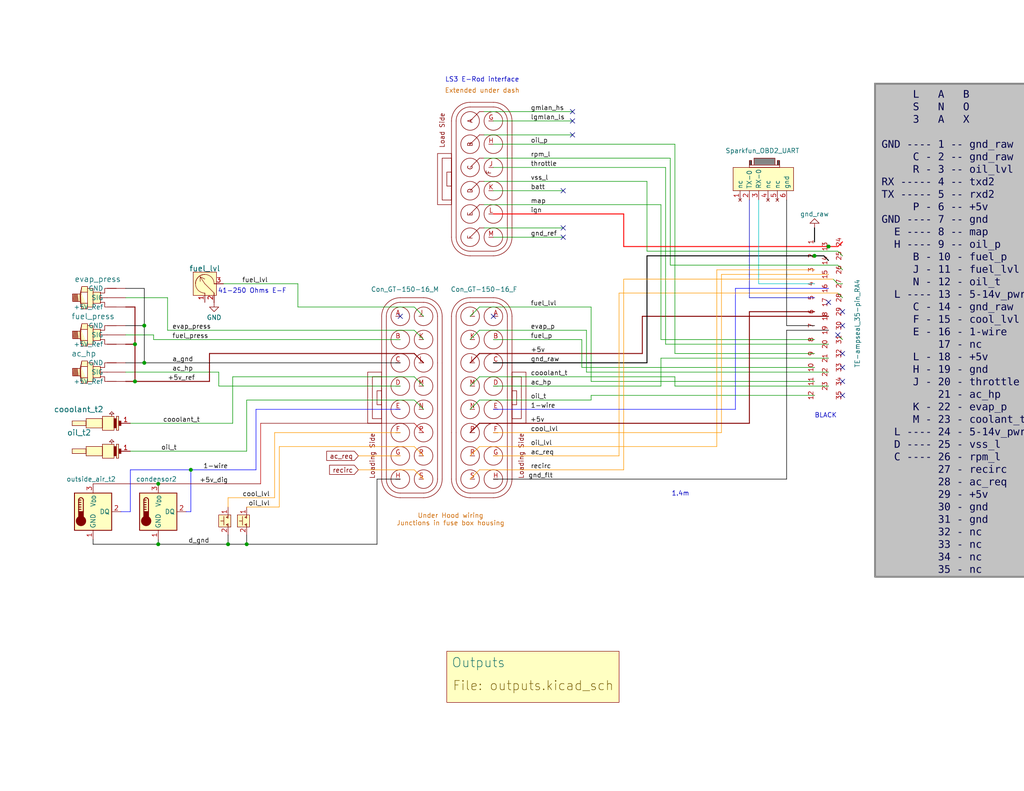
<source format=kicad_sch>
(kicad_sch (version 20231120) (generator "eeschema") (generator_version "8.0")
  (paper "USLetter")
  (title_block (title "Harness_DIY_Engine_monitoring") (date "2024-12-19") (rev "0.6") (comment 1 "Wiring harness & power driver schematic") (comment 2 "Pairs with PCB_DIY_Engine_Monitoring"))
  (lib_symbols
    (symbol "-2023:Con_GT-150-12_M" (pin_names (offset 1.016))
      (property "Value" "Con_GT-150-12_M" (at -1.27 13.97 0))
      (symbol "Con_GT-150-12_M_0_0"
        (arc (start -21.59 -2.54) (mid -20.1006 -6.1231) (end -16.51 -7.62))
        (arc (start -20.32 -2.54) (mid -19.2041 -5.2341) (end -16.51 -6.35))
        (arc (start -16.51 7.62) (mid -19.2041 6.5041) (end -20.32 3.81))
        (arc (start -16.51 8.89) (mid -20.0931 7.4006) (end -21.59 3.81))
        (rectangle (start -7.62 8.89) (end 6.35 12.7))
        (rectangle (start -6.35 8.89) (end 5.08 11.43))
        (rectangle (start -2.54 8.89) (end 1.27 10.16))
        (polyline (pts (xy -21.59 3.81) (xy -21.59 -2.54)))
        (polyline (pts (xy -20.32 -2.54) (xy -20.32 3.81)))
        (polyline (pts (xy -16.51 -7.62) (xy 15.24 -7.62)))
        (polyline (pts (xy -16.51 7.62) (xy 15.24 7.62)) (fill (type background)))
        (polyline (pts (xy 15.24 -6.35) (xy -16.51 -6.35)))
        (polyline (pts (xy 15.24 8.89) (xy -16.51 8.89)) (fill (type background)))
        (polyline (pts (xy 19.05 3.81) (xy 19.05 -2.54)))
        (polyline (pts (xy 20.32 3.81) (xy 20.32 -2.54)))
        (arc (start 15.24 -7.62) (mid 18.8231 -6.1306) (end 20.32 -2.54))
        (arc (start 15.24 -6.35) (mid 17.9341 -5.2341) (end 19.05 -2.54))
        (arc (start 19.05 3.81) (mid 17.9341 6.5041) (end 15.24 7.62))
        (arc (start 20.32 3.81) (mid 18.8306 7.3931) (end 15.24 8.89))
        (text "F" (at 1.27 -1.27 0) (effects (font (size 1.27 1.27))))
        (text "Load Side" (at 12.7 11.43 0) (effects (font (size 1.27 1.27))))
      )
      (symbol "Con_GT-150-12_M_0_1"
        (circle (center -16.51 -2.54) (radius 2.54))
        (circle (center -10.16 -2.54) (radius 2.54))
        (circle (center -3.81 -2.54) (radius 2.54))
        (circle (center 2.54 -2.54) (radius 2.54))
        (circle (center 8.89 -2.54) (radius 2.54))
        (circle (center 15.24 -2.54) (radius 2.54))
      )
      (symbol "Con_GT-150-12_M_1_1"
        (circle (center -16.51 3.81) (radius 2.54))
        (circle (center -10.16 3.81) (radius 2.54))
        (circle (center -3.81 3.81) (radius 2.54))
        (polyline (pts (xy -13.97 1.27) (xy -16.51 3.81)))
        (polyline (pts (xy -7.62 1.27) (xy -10.16 3.81)))
        (polyline (pts (xy -1.27 1.27) (xy -3.81 3.81)))
        (polyline (pts (xy 5.08 1.27) (xy 2.54 3.81)))
        (polyline (pts (xy 11.43 1.27) (xy 8.89 3.81)))
        (polyline (pts (xy 15.24 3.81) (xy 17.78 1.27)))
        (circle (center 2.54 3.81) (radius 2.54))
        (circle (center 8.89 3.81) (radius 2.54))
        (circle (center 15.24 3.81) (radius 2.54))
        (text "A" (at 15.24 3.81 0) (effects (font (size 1.27 1.27))))
        (text "B" (at 8.89 3.81 0) (effects (font (size 1.27 1.27))))
        (text "C" (at 2.54 3.81 0) (effects (font (size 1.27 1.27))))
        (text "D" (at -3.81 3.81 0) (effects (font (size 1.27 1.27))))
        (text "E" (at -10.16 3.81 0) (effects (font (size 1.27 1.27))))
        (text "F" (at -16.51 3.81 0) (effects (font (size 1.27 1.27))))
        (pin passive line (at 15.24 -2.54 90) (length 1.27) (name "~") (number "G"))
        (pin passive line (at 8.89 -2.54 90) (length 1.27) (name "~") (number "H"))
        (pin passive line (at 2.54 -2.54 90) (length 1.27) (name "~") (number "J"))
        (pin passive line (at -3.81 -2.54 90) (length 1.27) (name "~") (number "K"))
        (pin passive line (at -10.16 -2.54 90) (length 1.27) (name "~") (number "L"))
        (pin passive line (at -16.51 -2.54 90) (length 1.27) (name "~") (number "M"))
        (pin passive line (at -13.97 0 90) (length 1.27) (name "~") (number "~"))
        (pin passive line (at -7.62 0 90) (length 1.27) (name "~") (number "~"))
        (pin passive line (at -1.27 0 90) (length 1.27) (name "~") (number "~"))
        (pin passive line (at 5.08 0 90) (length 1.27) (name "~") (number "~"))
        (pin passive line (at 11.43 0 90) (length 1.27) (name "~") (number "~"))
        (pin passive line (at 17.78 0 90) (length 1.27) (name "~") (number "~"))
      )
    )
    (symbol "-KiCAD-parts:CANBED_DUAL"
      (symbol "CANBED_DUAL_1_1"
        (rectangle (start -2.54 -2.54) (end 15.24 -35.56) (fill (type background)))
        (text "http://docs.longan-labs.cc/1030019/" (at 2.54 -21.59 900) (effects (font (size 0.889 0.889))))
        (pin power_in line (at 0 0 270) (length 2.54) (name "VIN") (number "1"))
        (pin input line (at -5.08 -20.32 0) (length 2.54) (name "A3") (number "10"))
        (pin bidirectional line (at -5.08 -22.86 0) (length 2.54) (name "D25") (number "11"))
        (pin input line (at -5.08 -25.4 0) (length 2.54) (name "A0") (number "12"))
        (pin input line (at -5.08 -27.94 0) (length 2.54) (name "A1") (number "13"))
        (pin input line (at -5.08 -30.48 0) (length 2.54) (name "A2") (number "14"))
        (pin power_in line (at -5.08 -33.02 0) (length 2.54) (name "5V") (number "15"))
        (pin input line (at 17.78 -12.7 180) (length 2.54) (name "RX") (number "16"))
        (pin output line (at 17.78 -15.24 180) (length 2.54) (name "TX") (number "17"))
        (pin bidirectional line (at 17.78 -17.78 180) (length 2.54) (name "SDA") (number "18"))
        (pin bidirectional line (at 17.78 -20.32 180) (length 2.54) (name "SCL") (number "19"))
        (pin power_in line (at 2.54 0 270) (length 2.54) (name "GND") (number "2"))
        (pin bidirectional line (at 17.78 -22.86 180) (length 2.54) (name "D21") (number "20"))
        (pin bidirectional line (at 17.78 -25.4 180) (length 2.54) (name "D22") (number "21"))
        (pin bidirectional line (at 17.78 -27.94 180) (length 2.54) (name "D23") (number "22"))
        (pin power_out line (at 17.78 -30.48 180) (length 2.54) (name "3.3V") (number "24"))
        (pin power_out line (at 17.78 -33.02 180) (length 2.54) (name "GND") (number "25"))
        (pin bidirectional line (at 5.08 0 270) (length 2.54) (name "CAN0H") (number "3"))
        (pin bidirectional line (at 7.62 0 270) (length 2.54) (name "CAN0L") (number "4"))
        (pin bidirectional line (at 10.16 0 270) (length 2.54) (name "CAN1H") (number "5"))
        (pin bidirectional line (at 12.7 0 270) (length 2.54) (name "CAN1L") (number "6"))
        (pin bidirectional line (at -5.08 -12.7 0) (length 2.54) (name "D10") (number "7"))
        (pin bidirectional line (at -5.08 -15.24 0) (length 2.54) (name "D19") (number "8"))
        (pin bidirectional line (at -5.08 -17.78 0) (length 2.54) (name "D20") (number "9"))
      )
    )
    (symbol "-KiCAD-parts:Con_GT-150-16_F" (pin_names (offset 1.016))
      (property "Value" "Con_GT-150-16_F" (at -16.51 10.16 0))
      (symbol "Con_GT-150-16_F_0_0"
        (polyline (pts (xy 10.16 -7.62) (xy 22.86 -7.62)))
        (polyline (pts (xy 10.16 6.35) (xy 22.86 6.35)))
        (polyline (pts (xy 22.86 -8.89) (xy 10.16 -8.89)))
        (polyline (pts (xy 22.86 7.62) (xy 10.16 7.62)))
        (text "Loading Side" (at 16.51 10.16 0) (effects (font (size 1.27 1.27))))
      )
      (symbol "Con_GT-150-16_F_1_1"
        (arc (start -26.67 -3.81) (mid -25.1806 -7.3931) (end -21.59 -8.89))
        (arc (start -25.4 -3.81) (mid -24.2841 -6.5041) (end -21.59 -7.62))
        (circle (center -21.59 -3.81) (radius 2.54))
        (circle (center -21.59 2.54) (radius 2.54))
        (arc (start -21.59 6.35) (mid -24.2841 5.2341) (end -25.4 2.54))
        (arc (start -21.59 7.62) (mid -25.1731 6.1306) (end -26.67 2.54))
        (circle (center -15.24 -3.81) (radius 2.54))
        (circle (center -15.24 2.54) (radius 2.54))
        (circle (center -8.89 -3.81) (radius 2.54))
        (circle (center -8.89 2.54) (radius 2.54))
        (rectangle (start -6.35 7.62) (end 7.62 11.43))
        (rectangle (start -5.08 7.62) (end 6.35 10.16))
        (circle (center -2.54 -3.81) (radius 2.54))
        (circle (center -2.54 2.54) (radius 2.54))
        (rectangle (start -1.27 7.62) (end 2.54 8.89))
        (polyline (pts (xy -26.67 2.54) (xy -26.67 -3.81)))
        (polyline (pts (xy -25.4 -3.81) (xy -25.4 2.54)))
        (polyline (pts (xy -21.59 -8.89) (xy 10.16 -8.89)))
        (polyline (pts (xy -21.59 6.35) (xy 10.16 6.35)) (fill (type background)))
        (polyline (pts (xy 10.16 -7.62) (xy -21.59 -7.62)))
        (polyline (pts (xy 10.16 7.62) (xy -21.59 7.62)))
        (polyline (pts (xy 26.67 2.54) (xy 26.67 -3.81)))
        (polyline (pts (xy 27.94 2.54) (xy 27.94 -3.81)))
        (circle (center 3.81 -3.81) (radius 2.54))
        (circle (center 3.81 2.54) (radius 2.54))
        (circle (center 10.16 -3.81) (radius 2.54))
        (circle (center 10.16 2.54) (radius 2.54))
        (circle (center 16.51 -3.81) (radius 2.54))
        (circle (center 16.51 2.54) (radius 2.54))
        (arc (start 22.86 -8.89) (mid 26.4431 -7.4006) (end 27.94 -3.81))
        (arc (start 22.86 -7.62) (mid 25.5541 -6.5041) (end 26.67 -3.81))
        (circle (center 22.86 -3.81) (radius 2.54))
        (circle (center 22.86 2.54) (radius 2.54))
        (arc (start 26.67 2.54) (mid 25.5541 5.2341) (end 22.86 6.35))
        (arc (start 27.94 2.54) (mid 26.4506 6.1231) (end 22.86 7.62))
        (pin passive line (at -21.59 2.54 90) (length 1.27) (name "~") (number "A"))
        (pin passive line (at -15.24 2.54 90) (length 1.27) (name "~") (number "B"))
        (pin passive line (at -8.89 2.54 90) (length 1.27) (name "~") (number "C"))
        (pin passive line (at -2.54 2.54 90) (length 1.27) (name "~") (number "D"))
        (pin passive line (at 3.81 2.54 90) (length 1.27) (name "~") (number "E"))
        (pin passive line (at 10.16 2.54 90) (length 1.27) (name "~") (number "F"))
        (pin passive line (at 16.51 2.54 90) (length 1.27) (name "~") (number "G"))
        (pin passive line (at 22.86 2.54 90) (length 1.27) (name "~") (number "H"))
        (pin passive line (at -21.59 -3.81 90) (length 1.27) (name "~") (number "J"))
        (pin passive line (at -15.24 -3.81 90) (length 1.27) (name "~") (number "K"))
        (pin passive line (at -8.89 -3.81 90) (length 1.27) (name "~") (number "L"))
        (pin passive line (at -2.54 -3.81 90) (length 1.27) (name "~") (number "M"))
        (pin passive line (at 3.81 -3.81 90) (length 1.27) (name "~") (number "N"))
        (pin passive line (at 10.16 -3.81 90) (length 1.27) (name "~") (number "P"))
        (pin passive line (at 16.51 -3.81 90) (length 1.27) (name "~") (number "R"))
        (pin passive line (at 22.86 -3.81 90) (length 1.27) (name "~") (number "S"))
      )
    )
    (symbol "-KiCAD-parts:SW_SPDT" (power) (pin_names (offset 1.016))
      (symbol "SW_SPDT_0_0"
        (rectangle (start -1.905 1.905) (end 3.175 -1.905) (fill (type background)))
      )
      (symbol "SW_SPDT_0_1"
        (polyline (pts (xy -1.27 0) (xy 2.286 0.508)))
        (polyline (pts (xy 2.286 -1.27) (xy 2.032 -0.762) (xy 1.778 -1.27) (xy 2.54 -1.27)))
        (polyline (pts (xy 2.286 1.27) (xy 2.032 0.762) (xy 1.778 1.27) (xy 2.54 1.27)))
      )
      (symbol "SW_SPDT_1_1"
        (pin passive line (at -3.81 0 0) (length 2.54) (name "~") (number "1"))
        (pin passive line (at 5.08 1.27 180) (length 2.54) (name "~") (number "2"))
        (pin passive line (at 5.08 -1.27 180) (length 2.54) (name "~") (number "3"))
      )
    )
    (symbol "-KiCAD-parts:Temp_transducer" (pin_names (offset 1.016))
      (property "Value" "Temp_transducer" (at -0.635 4.445 0))
      (symbol "Temp_transducer_0_1"
        (rectangle (start -4.445 0.635) (end -5.08 -0.635) (fill (type outline)))
        (rectangle (start -4.445 1.905) (end -3.81 -1.905) (fill (type background)))
        (rectangle (start -3.175 1.27) (end -3.81 -1.27) (fill (type outline)))
        (rectangle (start -3.175 1.905) (end 0 -1.905) (fill (type background)))
        (polyline (pts (xy -2.54 -1.905) (xy -2.54 -2.54) (xy -3.175 -2.54) (xy -2.54 -3.175) (xy -1.905 -2.54) (xy -2.54 -2.54)))
        (rectangle (start 0 1.27) (end 4.445 -1.27) (fill (type background)))
        (rectangle (start 4.445 0.635) (end 8.255 -0.635) (fill (type background)))
      )
      (symbol "Temp_transducer_1_1"
        (pin output line (at -7.62 0 0) (length 2.54) (name "~") (number "1"))
      )
    )
    (symbol "-KiCAD-parts:Variable_Resistor" (pin_names (offset 1.016))
      (property "Value" "Variable_Resistor" (at 0 5.08 0))
      (symbol "Variable_Resistor_0_1"
        (rectangle (start -1.905 3.175) (end 4.445 -3.175) (fill (type background)))
        (polyline (pts (xy 1.27 0) (xy -1.27 -2.54)) (stroke (width 0.127)))
        (polyline (pts (xy 3.175 1.27) (xy 2.54 0)) (stroke (width 0.127)))
        (polyline (pts (xy 1.27 0) (xy 3.175 1.27) (xy 1.905 1.27)) (stroke (width 0.127)))
        (arc (start 1.27 -2.54) (mid 3.799 0) (end 1.27 2.54) (stroke (width 0.127)))
        (arc (start 3.81 0) (mid 1.27 2.529) (end -1.27 0) (stroke (width 0.127)))
      )
      (symbol "Variable_Resistor_1_1"
        (pin passive line (at -3.81 0 0) (length 2.54) (name "~") (number "1"))
        (pin passive line (at -3.81 -2.54 0) (length 2.54) (name "~") (number "2"))
        (pin passive line (at 1.27 -5.08 90) (length 2.54) (name "~") (number "3"))
      )
    )
    (symbol "Connector_Generic:Conn_01x06" (pin_names (offset 1.016) hide)
      (property "Reference" "J" (at 0 7.62 0))
      (property "Value" "Conn_01x06" (at 0 -10.16 0))
      (symbol "Conn_01x06_1_1"
        (rectangle (start -1.27 -7.493) (end 0 -7.747) (stroke (width 0.1524)))
        (rectangle (start -1.27 -4.953) (end 0 -5.207) (stroke (width 0.1524)))
        (rectangle (start -1.27 -2.413) (end 0 -2.667) (stroke (width 0.1524)))
        (rectangle (start -1.27 0.127) (end 0 -0.127) (stroke (width 0.1524)))
        (rectangle (start -1.27 2.667) (end 0 2.413) (stroke (width 0.1524)))
        (rectangle (start -1.27 5.207) (end 0 4.953) (stroke (width 0.1524)))
        (rectangle (start -1.27 6.35) (end 1.27 -8.89) (stroke (width 0.254)) (fill (type background)))
        (pin passive line (at -5.08 5.08 0) (length 3.81) (name "Pin_1") (number "1"))
        (pin passive line (at -5.08 2.54 0) (length 3.81) (name "Pin_2") (number "2"))
        (pin passive line (at -5.08 0 0) (length 3.81) (name "Pin_3") (number "3"))
        (pin passive line (at -5.08 -2.54 0) (length 3.81) (name "Pin_4") (number "4"))
        (pin passive line (at -5.08 -5.08 0) (length 3.81) (name "Pin_5") (number "5"))
        (pin passive line (at -5.08 -7.62 0) (length 3.81) (name "Pin_6") (number "6"))
      )
    )
    (symbol "KiCAD-parts:Pressure_transducer" (pin_names (offset 1.016))
      (property "Value" "Pressure_transducer" (at 0 5.08 0))
      (symbol "Pressure_transducer_0_0"
        (polyline (pts (xy -0.635 -1.27) (xy -2.54 -1.27)))
        (polyline (pts (xy -5.08 -3.81) (xy -1.905 -3.81) (xy -1.905 -2.54) (xy -0.635 -2.54)))
        (polyline (pts (xy -5.08 1.27) (xy -1.905 1.27) (xy -1.905 0) (xy -0.635 0)))
      )
      (symbol "Pressure_transducer_0_1"
        (polyline (pts (xy 1.27 0.254) (xy 1.27 -2.794)))
        (polyline (pts (xy 2.794 0.254) (xy 4.572 0.254)))
        (polyline (pts (xy 4.826 -2.286) (xy 4.826 -0.254)))
        (polyline (pts (xy 5.588 -2.286) (xy 5.334 -0.254)))
        (polyline (pts (xy 5.842 -2.286) (xy 5.588 -0.254)))
        (polyline (pts (xy 6.096 -2.286) (xy 5.842 -0.254)))
        (polyline (pts (xy 6.35 -2.286) (xy 6.096 -0.254)))
        (polyline (pts (xy 6.604 -2.286) (xy 6.35 -0.254)))
        (polyline (pts (xy 6.858 -2.286) (xy 6.604 -0.254)))
        (polyline (pts (xy 2.794 1.27) (xy 2.794 -3.81) (xy 1.27 -3.81) (xy 1.27 -2.794) (xy -0.762 -2.794) (xy -0.762 0.254) (xy 1.27 0.254) (xy 1.27 1.27) (xy 2.794 1.27) (xy 2.794 1.778) (xy 4.318 1.778) (xy 4.826 -0.254) (xy 6.858 -0.254) (xy 6.858 -2.286) (xy 4.826 -2.286) (xy 4.318 -4.318) (xy 2.794 -4.318) (xy 2.794 -2.794) (xy 4.572 -2.794)) (fill (type background)))
        (arc (start 4.318 -4.318) (mid 4.6409 -1.27) (end 4.318 1.778))
        (pin input line (at -7.62 1.27 0) (length 5.08) (name "+5V_Ref") (number "~"))
      )
      (symbol "Pressure_transducer_1_1"
        (pin input line (at -7.62 -3.81 0) (length 5.08) (name "GND") (number "~"))
        (pin output line (at -7.62 -1.27 0) (length 5.08) (name "SIG") (number "~"))
      )
    )
    (symbol "KiCAD-parts:SW_NO" (pin_names (offset 1.016))
      (symbol "SW_NO_0_0"
        (polyline (pts (xy 0.762 -1.27) (xy 1.27 -1.27) (xy 1.016 -0.762) (xy 0.762 -1.27)))
      )
      (symbol "SW_NO_0_1"
        (polyline (pts (xy -1.27 -0.127) (xy 1.143 -0.127)))
        (polyline (pts (xy 0 0) (xy 0 0.762)))
        (polyline (pts (xy -1.27 -1.27) (xy -1.016 -0.762) (xy -0.762 -1.27) (xy -1.27 -1.27)))
        (rectangle (start 1.651 -2.032) (end -1.651 1.27) (fill (type background)))
      )
      (symbol "SW_NO_1_1"
        (pin bidirectional line (at -3.81 -1.27 0) (length 2.54) (name "~") (number "1"))
        (pin bidirectional line (at 3.81 -1.27 180) (length 2.54) (name "~") (number "2"))
      )
    )
    (symbol "KiCAD-parts:Splice_pack" (pin_numbers hide) (pin_names hide) (on_board no)
      (property "Reference" "SP205" (at -0.3175 10.637 90))
      (symbol "Splice_pack_0_1"
        (rectangle (start -2.54 10.795) (end 2.54 3.81) (stroke (width 0.1524)))
        (polyline (pts (xy -0.635 4.445) (xy 0.635 4.445)) (stroke (width 0.1524)))
        (polyline (pts (xy -0.635 10.16) (xy 0.635 10.16)) (stroke (width 0.1524)))
        (polyline (pts (xy 0 4.445) (xy 0.635 5.08)) (stroke (width 0.1524)))
        (polyline (pts (xy 0 10.16) (xy 0.635 9.525)) (stroke (width 0.1524)))
        (polyline (pts (xy -0.635 3.175) (xy 0 2.54) (xy 0.635 3.175)) (stroke (width 0.1524)))
        (polyline (pts (xy -0.635 11.43) (xy 0 12.065) (xy 0.635 11.43)) (stroke (width 0.1524)))
        (polyline (pts (xy 0 6.985) (xy 0 4.445) (xy -0.635 5.08)) (stroke (width 0.1524)))
        (polyline (pts (xy 0 6.985) (xy 0 10.16) (xy -0.635 9.525)) (stroke (width 0.1524)))
        (circle (center 0 6.985) (radius 0.635) (stroke (width 0.1524)) (fill (type outline)))
      )
      (symbol "Splice_pack_1_1"
        (pin input line (at 0 0 90) (length 2.54) (name "") (number ""))
        (pin input line (at 0 14.605 270) (length 2.54) (name "") (number ""))
      )
    )
    (symbol "Sensor_Temperature:DS18S20"
      (property "Reference" "U" (at -3.81 6.35 0))
      (property "Value" "DS18S20" (at 6.35 6.35 0))
      (symbol "DS18S20_0_1"
        (rectangle (start -5.08 5.08) (end 5.08 -5.08) (stroke (width 0.254)) (fill (type background)))
        (circle (center -3.302 -2.54) (radius 1.27) (stroke (width 0.254)) (fill (type outline)))
        (rectangle (start -2.667 -1.905) (end -3.937 0) (stroke (width 0.254)) (fill (type outline)))
        (arc (start -2.667 3.175) (mid -3.302 3.8073) (end -3.937 3.175) (stroke (width 0.254)))
        (polyline (pts (xy -3.937 0.635) (xy -3.302 0.635)) (stroke (width 0.254)))
        (polyline (pts (xy -3.937 1.27) (xy -3.302 1.27)) (stroke (width 0.254)))
        (polyline (pts (xy -3.937 1.905) (xy -3.302 1.905)) (stroke (width 0.254)))
        (polyline (pts (xy -3.937 2.54) (xy -3.302 2.54)) (stroke (width 0.254)))
        (polyline (pts (xy -3.937 3.175) (xy -3.937 0)) (stroke (width 0.254)))
        (polyline (pts (xy -3.937 3.175) (xy -3.302 3.175)) (stroke (width 0.254)))
        (polyline (pts (xy -2.667 3.175) (xy -2.667 0)) (stroke (width 0.254)))
      )
      (symbol "DS18S20_1_1"
        (pin power_in line (at 0 -7.62 90) (length 2.54) (name "GND") (number "1"))
        (pin bidirectional line (at 7.62 0 180) (length 2.54) (name "DQ") (number "2"))
        (pin power_in line (at 0 7.62 270) (length 2.54) (name "V_{DD}") (number "3"))
      )
    )
    (symbol "power:GND" (power) (pin_numbers hide) (pin_names (offset 0) hide)
      (property "Value" "GND" (at 0 -3.81 0))
      (symbol "GND_0_1"
        (polyline (pts (xy 0 0) (xy 0 -1.27) (xy 1.27 -1.27) (xy 0 -2.54) (xy -1.27 -1.27) (xy 0 -1.27)))
      )
      (symbol "GND_1_1"
        (pin power_in line (at 0 0 270) (length 0) (name "~") (number "1"))
      )
    )
    (symbol "~2023:Con_GT-150-16_M" (pin_names (offset 1.016))
      (property "Value" "Con_GT-150-16_M" (at 17.78 10.16 0))
      (symbol "Con_GT-150-16_M_0_0"
        (polyline (pts (xy 10.16 -7.62) (xy 22.86 -7.62)))
        (polyline (pts (xy 10.16 6.35) (xy 22.86 6.35)))
        (polyline (pts (xy 22.86 -8.89) (xy 10.16 -8.89)))
        (polyline (pts (xy 22.86 7.62) (xy 10.16 7.62)))
        (text "Loading Side" (at -15.24 10.16 0) (effects (font (size 1.27 1.27))))
      )
      (symbol "Con_GT-150-16_M_1_1"
        (arc (start -26.67 -3.81) (mid -25.1806 -7.3931) (end -21.59 -8.89))
        (arc (start -25.4 -3.81) (mid -24.2841 -6.5041) (end -21.59 -7.62))
        (circle (center -21.59 -3.81) (radius 2.54))
        (circle (center -21.59 2.54) (radius 2.54))
        (arc (start -21.59 6.35) (mid -24.2841 5.2341) (end -25.4 2.54))
        (arc (start -21.59 7.62) (mid -25.1731 6.1306) (end -26.67 2.54))
        (circle (center -15.24 -3.81) (radius 2.54))
        (circle (center -15.24 2.54) (radius 2.54))
        (circle (center -8.89 -3.81) (radius 2.54))
        (circle (center -8.89 2.54) (radius 2.54))
        (rectangle (start -6.35 7.62) (end 7.62 11.43))
        (rectangle (start -5.08 7.62) (end 6.35 10.16))
        (circle (center -2.54 -3.81) (radius 2.54))
        (circle (center -2.54 2.54) (radius 2.54))
        (rectangle (start -1.27 7.62) (end 2.54 8.89))
        (polyline (pts (xy -26.67 2.54) (xy -26.67 -3.81)))
        (polyline (pts (xy -25.4 -3.81) (xy -25.4 2.54)))
        (polyline (pts (xy -21.59 -8.89) (xy 10.16 -8.89)))
        (polyline (pts (xy -21.59 6.35) (xy 10.16 6.35)) (fill (type background)))
        (polyline (pts (xy 10.16 -7.62) (xy -21.59 -7.62)))
        (polyline (pts (xy 10.16 7.62) (xy -21.59 7.62)))
        (polyline (pts (xy 26.67 2.54) (xy 26.67 -3.81)))
        (polyline (pts (xy 27.94 2.54) (xy 27.94 -3.81)))
        (circle (center 3.81 -3.81) (radius 2.54))
        (circle (center 3.81 2.54) (radius 2.54))
        (circle (center 10.16 -3.81) (radius 2.54))
        (circle (center 10.16 2.54) (radius 2.54))
        (circle (center 16.51 -3.81) (radius 2.54))
        (circle (center 16.51 2.54) (radius 2.54))
        (arc (start 22.86 -8.89) (mid 26.4431 -7.4006) (end 27.94 -3.81))
        (arc (start 22.86 -7.62) (mid 25.5541 -6.5041) (end 26.67 -3.81))
        (circle (center 22.86 -3.81) (radius 2.54))
        (circle (center 22.86 2.54) (radius 2.54))
        (arc (start 26.67 2.54) (mid 25.5541 5.2341) (end 22.86 6.35))
        (arc (start 27.94 2.54) (mid 26.4506 6.1231) (end 22.86 7.62))
        (pin passive line (at 22.86 2.54 90) (length 1.27) (name "~") (number "A"))
        (pin passive line (at 16.51 2.54 90) (length 1.27) (name "~") (number "B"))
        (pin passive line (at 10.16 2.54 90) (length 1.27) (name "~") (number "C"))
        (pin passive line (at 3.81 2.54 90) (length 1.27) (name "~") (number "D"))
        (pin passive line (at -2.54 2.54 90) (length 1.27) (name "~") (number "E"))
        (pin passive line (at -8.89 2.54 90) (length 1.27) (name "~") (number "F"))
        (pin passive line (at -15.24 2.54 90) (length 1.27) (name "~") (number "G"))
        (pin passive line (at -21.59 2.54 90) (length 1.27) (name "~") (number "H"))
        (pin passive line (at 22.86 -3.81 90) (length 1.27) (name "~") (number "J"))
        (pin passive line (at 16.51 -3.81 90) (length 1.27) (name "~") (number "K"))
        (pin passive line (at 10.16 -3.81 90) (length 1.27) (name "~") (number "L"))
        (pin passive line (at 3.81 -3.81 90) (length 1.27) (name "~") (number "M"))
        (pin passive line (at -2.54 -3.81 90) (length 1.27) (name "~") (number "N"))
        (pin passive line (at -8.89 -3.81 90) (length 1.27) (name "~") (number "P"))
        (pin passive line (at -15.24 -3.81 90) (length 1.27) (name "~") (number "R"))
        (pin passive line (at -21.59 -3.81 90) (length 1.27) (name "~") (number "S"))
      )
    )
    (symbol "~2023:Sparkfun_OBD2_UART"
      (property "Value" "Sparkfun_OBD2_UART" (at 9.144 4.064 0))
      (symbol "Sparkfun_OBD2_UART_1_1"
        (rectangle (start 2.54 1.905) (end 8.89 -14.605) (fill (type background)))
        (rectangle (start 8.89 -2.54) (end 9.525 -10.795))
        (rectangle (start 9.525 -10.16) (end 10.795 -10.795) (fill (type color) (color 72 72 72 1)))
        (rectangle (start 9.525 -3.81) (end 11.43 -9.525) (fill (type color) (color 132 132 132 1)))
        (rectangle (start 9.525 -2.54) (end 10.795 -3.175) (fill (type color) (color 72 72 72 1)))
        (pin no_connect line (at 0 0 0) (length 2.54) (name "nc") (number "1"))
        (pin output line (at 0 -2.54 0) (length 2.54) (name "TX-0") (number "2"))
        (pin input line (at 0 -5.08 0) (length 2.54) (name "RX-0") (number "3"))
        (pin no_connect line (at 0 -7.62 0) (length 2.54) (name "nc") (number "4"))
        (pin no_connect line (at 0 -10.16 0) (length 2.54) (name "nc") (number "5"))
        (pin power_in line (at 0 -12.7 0) (length 2.54) (name "gnd") (number "6"))
      )
    )
    (symbol "~2023:TE-ampseal_35-pin_RA"
      (property "Reference" "TE-ampseal_35-pin_RA" (at -0.254 5.588 0))
      (symbol "TE-ampseal_35-pin_RA_1_1"
        (pin passive line (at 0 0 0) (length 0) (name "") (number "1"))
        (pin passive line (at 34.29 0 0) (length 0) (name "") (number "10"))
        (pin passive line (at 38.1 0 0) (length 0) (name "") (number "11"))
        (pin passive line (at 41.91 0 0) (length 0) (name "") (number "12"))
        (pin passive line (at 1.27 -3.81 0) (length 0) (name "") (number "13"))
        (pin passive line (at 5.08 -3.81 0) (length 0) (name "") (number "14"))
        (pin passive line (at 8.89 -3.81 0) (length 0) (name "") (number "15"))
        (pin passive line (at 12.7 -3.81 0) (length 0) (name "") (number "16"))
        (pin passive line (at 16.51 -3.81 0) (length 0) (name "") (number "17"))
        (pin passive line (at 20.32 -3.81 0) (length 0) (name "") (number "18"))
        (pin passive line (at 24.13 -3.81 0) (length 0) (name "") (number "19"))
        (pin passive line (at 3.81 0 0) (length 0) (name "") (number "2"))
        (pin passive line (at 27.94 -3.81 0) (length 0) (name "") (number "20"))
        (pin passive line (at 31.75 -3.81 0) (length 0) (name "") (number "21"))
        (pin passive line (at 35.56 -3.81 0) (length 0) (name "") (number "22"))
        (pin passive line (at 39.37 -3.81 0) (length 0) (name "") (number "23"))
        (pin passive line (at 0 -7.62 0) (length 0) (name "") (number "24"))
        (pin passive line (at 3.81 -7.62 0) (length 0) (name "") (number "25"))
        (pin passive line (at 7.62 -7.62 0) (length 0) (name "") (number "26"))
        (pin passive line (at 11.43 -7.62 0) (length 0) (name "") (number "27"))
        (pin passive line (at 15.24 -7.62 0) (length 0) (name "") (number "28"))
        (pin passive line (at 19.05 -7.62 0) (length 0) (name "") (number "29"))
        (pin passive line (at 7.62 0 0) (length 0) (name "") (number "3"))
        (pin passive line (at 22.86 -7.62 0) (length 0) (name "") (number "30"))
        (pin passive line (at 26.67 -7.62 0) (length 0) (name "") (number "31"))
        (pin passive line (at 30.48 -7.62 0) (length 0) (name "") (number "32"))
        (pin passive line (at 34.29 -7.62 0) (length 0) (name "") (number "33"))
        (pin passive line (at 38.1 -7.62 0) (length 0) (name "") (number "34"))
        (pin passive line (at 41.91 -7.62 0) (length 0) (name "") (number "35"))
        (pin passive line (at 11.43 0 0) (length 0) (name "") (number "4"))
        (pin passive line (at 15.24 0 0) (length 0) (name "") (number "5"))
        (pin passive line (at 19.05 0 0) (length 0) (name "") (number "6"))
        (pin passive line (at 22.86 0 0) (length 0) (name "") (number "7"))
        (pin passive line (at 26.67 0 0) (length 0) (name "") (number "8"))
        (pin passive line (at 30.48 0 0) (length 0) (name "") (number "9"))
      )
    )
  )
  (junction (at 43.18 148.59))
  (junction (at 222.25 69.85))
  (junction (at 62.23 148.59))
  (junction (at 39.37 99.06))
  (junction (at 335.28 67.31))
  (junction (at 36.83 93.98))
  (junction (at 36.83 104.14))
  (junction (at 226.06 67.31))
  (junction (at 52.07 128.27))
  (junction (at 43.18 132.08))
  (junction (at 39.37 88.9))
  (junction (at 67.31 148.59))
  (no_connect (at 156.21 33.02))
  (no_connect (at 228.6 91.44))
  (no_connect (at 350.52 97.79))
  (no_connect (at 156.21 30.48))
  (no_connect (at 327.66 87.63))
  (no_connect (at 350.52 82.55))
  (no_connect (at 350.52 85.09))
  (no_connect (at 327.66 92.71))
  (no_connect (at 350.52 92.71))
  (no_connect (at 156.21 36.83))
  (no_connect (at 229.87 104.14))
  (no_connect (at 229.87 88.9))
  (no_connect (at 350.52 95.25))
  (no_connect (at 327.66 100.33))
  (no_connect (at 153.67 64.77))
  (no_connect (at 229.87 100.33))
  (no_connect (at 109.22 86.36))
  (no_connect (at 153.67 62.23))
  (no_connect (at 350.52 100.33))
  (no_connect (at 153.67 52.07))
  (no_connect (at 327.66 95.25))
  (no_connect (at 226.06 82.55))
  (no_connect (at 327.66 90.17))
  (no_connect (at 327.66 82.55))
  (no_connect (at 229.87 85.09))
  (no_connect (at 229.87 96.52))
  (no_connect (at 327.66 97.79))
  (no_connect (at 134.62 86.36))
  (no_connect (at 327.66 102.87))
  (no_connect (at 327.66 85.09))
  (no_connect (at 229.87 107.95))
  (wire (pts (xy 36.83 93.98) (xy 36.83 104.14)) (stroke (width 0.254) (color 132 0 0 1)))
  (wire (pts (xy 184.15 102.87) (xy 184.15 105.41)))
  (wire (pts (xy 71.12 115.57) (xy 71.12 132.08)) (stroke (width 0) (color 194 0 0 1)))
  (wire (pts (xy 25.4 132.08) (xy 43.18 132.08)) (stroke (width 0) (color 132 0 0 1)))
  (wire (pts (xy 329.565 43.18) (xy 328.295 43.18)))
  (wire (pts (xy 35.56 115.57) (xy 63.5 115.57)))
  (wire (pts (xy 36.83 83.82) (xy 36.83 93.98)) (stroke (width 0.254) (color 132 0 0 1)))
  (wire (pts (xy 180.34 92.71) (xy 222.25 92.71)))
  (wire (pts (xy 130.81 121.92) (xy 128.27 124.46)) (stroke (width 0) (color 255 153 0 1)))
  (wire (pts (xy 130.81 96.52) (xy 175.26 96.52)) (stroke (width 0.254) (color 132 0 0 1)))
  (wire (pts (xy 115.57 118.11) (xy 113.03 115.57)) (stroke (width 0) (color 194 0 0 1)))
  (wire (pts (xy 34.29 101.6) (xy 59.69 101.6)))
  (wire (pts (xy 329.565 35.56) (xy 328.295 35.56)))
  (wire (pts (xy 170.18 76.2) (xy 227.33 76.2)) (stroke (width 0) (color 255 153 0 1)))
  (wire (pts (xy 76.2 121.92) (xy 76.2 138.43)) (stroke (width 0) (color 255 153 0 1)))
  (wire (pts (xy 160.02 90.17) (xy 160.02 101.6)))
  (wire (pts (xy 39.37 78.74) (xy 39.37 88.9)) (stroke (width 0) (color 0 0 0 1)))
  (wire (pts (xy 36.83 104.14) (xy 57.15 104.14)) (stroke (width 0.254) (color 132 0 0 1)))
  (wire (pts (xy 200.66 78.74) (xy 200.66 111.76)) (stroke (width 0) (color 0 0 255 1)))
  (wire (pts (xy 132.08 36.83) (xy 156.21 36.83)))
  (wire (pts (xy 161.29 107.95) (xy 222.25 107.95)))
  (wire (pts (xy 59.69 101.6) (xy 59.69 105.41)))
  (wire (pts (xy 184.15 39.37) (xy 184.15 96.52)))
  (wire (pts (xy 63.5 102.87) (xy 113.03 102.87)))
  (wire (pts (xy 132.08 30.48) (xy 156.21 30.48)))
  (wire (pts (xy 130.81 115.57) (xy 204.47 115.57)) (stroke (width 0.254) (color 132 0 0 1)))
  (wire (pts (xy 161.29 83.82) (xy 161.29 104.14)))
  (wire (pts (xy 180.34 55.88) (xy 180.34 92.71)))
  (wire (pts (xy 335.28 67.31) (xy 335.28 69.85)))
  (wire (pts (xy 134.62 118.11) (xy 196.85 118.11)) (stroke (width 0) (color 255 153 0 1)))
  (wire (pts (xy 170.18 58.42) (xy 170.18 67.31)) (stroke (width 0.254) (color 255 0 0 1)))
  (wire (pts (xy 170.18 76.2) (xy 170.18 128.27)) (stroke (width 0) (color 255 153 0 1)))
  (wire (pts (xy 34.29 99.06) (xy 39.37 99.06)) (stroke (width 0) (color 0 0 0 1)))
  (wire (pts (xy 25.4 148.59) (xy 43.18 148.59)) (stroke (width 0) (color 0 0 0 1)))
  (wire (pts (xy 132.08 62.23) (xy 153.67 62.23)))
  (wire (pts (xy 337.185 53.34) (xy 342.9 53.34)))
  (wire (pts (xy 57.15 96.52) (xy 57.15 104.14)) (stroke (width 0.254) (color 132 0 0 1)))
  (wire (pts (xy 350.52 87.63) (xy 360.68 87.63)))
  (wire (pts (xy 67.31 109.22) (xy 113.03 109.22)))
  (wire (pts (xy 229.87 81.28) (xy 228.6 80.01)))
  (wire (pts (xy 45.72 90.17) (xy 113.03 90.17)))
  (wire (pts (xy 35.56 139.7) (xy 33.02 139.7)) (stroke (width 0) (color 0 0 255 1)))
  (wire (pts (xy 204.47 85.09) (xy 204.47 115.57)) (stroke (width 0.254) (color 132 0 0 1)))
  (wire (pts (xy 181.61 45.72) (xy 181.61 93.98)))
  (wire (pts (xy 181.61 93.98) (xy 226.06 93.98)))
  (wire (pts (xy 342.9 53.34) (xy 342.9 69.85)))
  (wire (pts (xy 113.03 109.22) (xy 115.57 111.76)))
  (wire (pts (xy 200.66 78.74) (xy 226.06 78.74)) (stroke (width 0) (color 0 0 255 1)))
  (wire (pts (xy 134.62 52.07) (xy 153.67 52.07)))
  (wire (pts (xy 229.87 77.47) (xy 228.6 77.47)))
  (wire (pts (xy 313.69 62.23) (xy 337.82 62.23)))
  (wire (pts (xy 134.62 33.02) (xy 156.21 33.02)))
  (wire (pts (xy 130.81 83.82) (xy 161.29 83.82)))
  (wire (pts (xy 176.53 69.85) (xy 222.25 69.85)) (stroke (width 0.254) (color 0 0 0 1)))
  (wire (pts (xy 340.36 64.77) (xy 313.69 64.77)))
  (wire (pts (xy 184.15 105.41) (xy 226.06 105.41)))
  (wire (pts (xy 160.02 101.6) (xy 226.06 101.6)))
  (wire (pts (xy 62.23 135.89) (xy 74.93 135.89)) (stroke (width 0) (color 255 153 0 1)))
  (wire (pts (xy 41.91 91.44) (xy 34.29 91.44)))
  (wire (pts (xy 134.62 45.72) (xy 181.61 45.72)))
  (wire (pts (xy 176.53 68.58) (xy 228.6 68.58)))
  (wire (pts (xy 130.81 102.87) (xy 184.15 102.87)))
  (wire (pts (xy 176.53 49.53) (xy 176.53 68.58)))
  (wire (pts (xy 168.91 80.01) (xy 168.91 124.46)) (stroke (width 0) (color 255 153 0 1)))
  (wire (pts (xy 207.01 54.61) (xy 207.01 77.47)) (stroke (width 0) (color 0 194 194 1)))
  (wire (pts (xy 67.31 146.05) (xy 67.31 148.59)) (stroke (width 0) (color 0 0 0 1)))
  (wire (pts (xy 184.15 96.52) (xy 222.25 96.52)))
  (wire (pts (xy 34.29 104.14) (xy 36.83 104.14)) (stroke (width 0.254) (color 132 0 0 1)))
  (wire (pts (xy 67.31 109.22) (xy 67.31 123.19)))
  (wire (pts (xy 134.62 105.41) (xy 180.34 105.41)))
  (wire (pts (xy 332.74 57.15) (xy 332.74 69.85)))
  (wire (pts (xy 59.69 105.41) (xy 109.22 105.41)))
  (wire (pts (xy 35.56 128.27) (xy 52.07 128.27)) (stroke (width 0) (color 0 0 255 1)))
  (wire (pts (xy 161.29 104.14) (xy 222.25 104.14)))
  (wire (pts (xy 62.23 148.59) (xy 67.31 148.59)) (stroke (width 0) (color 0 0 0 1)))
  (wire (pts (xy 115.57 92.71) (xy 113.03 90.17)))
  (wire (pts (xy 335.28 59.69) (xy 335.28 67.31)))
  (wire (pts (xy 180.34 97.79) (xy 226.06 97.79)))
  (wire (pts (xy 196.85 74.93) (xy 226.06 74.93)) (stroke (width 0) (color 255 153 0 1)))
  (wire (pts (xy 340.36 64.77) (xy 340.36 69.85)))
  (wire (pts (xy 69.85 111.76) (xy 69.85 128.27)) (stroke (width 0) (color 0 0 255 1)))
  (wire (pts (xy 35.56 123.19) (xy 67.31 123.19)))
  (wire (pts (xy 71.12 115.57) (xy 113.03 115.57)) (stroke (width 0) (color 132 0 0 1)))
  (wire (pts (xy 130.81 90.17) (xy 160.02 90.17)))
  (wire (pts (xy 74.93 118.11) (xy 109.22 118.11)) (stroke (width 0) (color 255 153 0 1)))
  (wire (pts (xy 50.8 139.7) (xy 52.07 139.7)) (stroke (width 0) (color 0 0 255 1)))
  (wire (pts (xy 335.28 59.69) (xy 313.69 59.69)))
  (wire (pts (xy 313.69 52.07) (xy 328.295 52.07)))
  (wire (pts (xy 67.31 138.43) (xy 76.2 138.43)) (stroke (width 0) (color 255 153 0 1)))
  (wire (pts (xy 132.08 49.53) (xy 176.53 49.53)))
  (wire (pts (xy 62.23 135.89) (xy 62.23 138.43)) (stroke (width 0) (color 255 153 0 1)))
  (wire (pts (xy 134.62 92.71) (xy 158.75 92.71)))
  (wire (pts (xy 176.53 69.85) (xy 176.53 99.06)) (stroke (width 0.254) (color 0 0 0 1)))
  (wire (pts (xy 170.18 67.31) (xy 226.06 67.31)) (stroke (width 0.254) (color 255 0 0 1)))
  (wire (pts (xy 43.18 147.32) (xy 43.18 148.59)) (stroke (width 0) (color 0 0 0 1)))
  (wire (pts (xy 130.81 90.17) (xy 128.27 92.71)))
  (wire (pts (xy 74.93 118.11) (xy 74.93 135.89)) (stroke (width 0) (color 255 153 0 1)))
  (wire (pts (xy 76.2 121.92) (xy 113.03 121.92)) (stroke (width 0) (color 255 153 0 1)))
  (wire (pts (xy 113.03 102.87) (xy 115.57 105.41)))
  (wire (pts (xy 207.01 77.47) (xy 222.25 77.47)) (stroke (width 0) (color 0 194 194 1)))
  (wire (pts (xy 214.63 90.17) (xy 226.06 90.17)) (stroke (width 0) (color 0 0 0 1)))
  (wire (pts (xy 196.85 74.93) (xy 196.85 118.11)) (stroke (width 0) (color 255 153 0 1)))
  (wire (pts (xy 115.57 130.81) (xy 113.03 128.27)) (stroke (width 0) (color 255 153 0 1)))
  (wire (pts (xy 214.63 88.9) (xy 222.25 88.9)) (stroke (width 0) (color 0 0 0 1)))
  (wire (pts (xy 60.96 77.47) (xy 81.28 77.47)))
  (wire (pts (xy 63.5 102.87) (xy 63.5 115.57)))
  (wire (pts (xy 115.57 99.06) (xy 113.03 96.52)) (stroke (width 0.254) (color 132 0 0 1)))
  (wire (pts (xy 25.4 148.59) (xy 25.4 147.32)) (stroke (width 0) (color 0 0 0 1)))
  (wire (pts (xy 81.28 77.47) (xy 81.28 83.82)))
  (wire (pts (xy 132.08 43.18) (xy 182.88 43.18)))
  (wire (pts (xy 130.81 121.92) (xy 195.58 121.92)) (stroke (width 0) (color 255 153 0 1)))
  (wire (pts (xy 161.29 107.95) (xy 161.29 109.22)))
  (wire (pts (xy 134.62 124.46) (xy 168.91 124.46)) (stroke (width 0) (color 255 153 0 1)))
  (wire (pts (xy 228.6 72.39) (xy 229.87 73.66)))
  (wire (pts (xy 130.81 96.52) (xy 128.27 99.06)) (stroke (width 0.254) (color 132 0 0 1)))
  (wire (pts (xy 132.08 55.88) (xy 180.34 55.88)))
  (wire (pts (xy 97.79 128.27) (xy 113.03 128.27)) (stroke (width 0) (color 255 153 0 1)))
  (wire (pts (xy 359.41 90.17) (xy 350.52 90.17)))
  (wire (pts (xy 134.62 130.81) (xy 214.63 130.81)) (stroke (width 0) (color 0 0 0 1)))
  (wire (pts (xy 228.6 77.47) (xy 227.33 76.2)))
  (wire (pts (xy 41.91 92.71) (xy 109.22 92.71)))
  (wire (pts (xy 130.81 128.27) (xy 128.27 130.81)) (stroke (width 0) (color 255 153 0 1)))
  (wire (pts (xy 43.18 148.59) (xy 62.23 148.59)) (stroke (width 0) (color 0 0 0 1)))
  (wire (pts (xy 195.58 73.66) (xy 222.25 73.66)) (stroke (width 0) (color 255 153 0 1)))
  (wire (pts (xy 52.07 128.27) (xy 52.07 139.7)) (stroke (width 0) (color 0 0 255 1)))
  (wire (pts (xy 57.15 96.52) (xy 113.03 96.52)) (stroke (width 0.254) (color 132 0 0 1)))
  (wire (pts (xy 158.75 92.71) (xy 158.75 100.33)))
  (wire (pts (xy 113.03 121.92) (xy 115.57 124.46)) (stroke (width 0) (color 255 153 0 1)))
  (wire (pts (xy 214.63 90.17) (xy 214.63 130.81)) (stroke (width 0) (color 0 0 0 1)))
  (wire (pts (xy 204.47 81.28) (xy 222.25 81.28)) (stroke (width 0) (color 0 0 194 1)))
  (wire (pts (xy 34.29 78.74) (xy 39.37 78.74)) (stroke (width 0) (color 0 0 0 1)))
  (wire (pts (xy 228.6 67.31) (xy 229.87 66.04)) (stroke (width 0.254) (color 255 0 0 1)))
  (wire (pts (xy 97.79 124.46) (xy 109.22 124.46)) (stroke (width 0) (color 255 153 0 1)))
  (wire (pts (xy 228.6 91.44) (xy 229.87 92.71)))
  (wire (pts (xy 182.88 43.18) (xy 182.88 72.39)))
  (wire (pts (xy 43.18 132.08) (xy 71.12 132.08)) (stroke (width 0) (color 132 0 0 1)))
  (wire (pts (xy 214.63 54.61) (xy 214.63 88.9)) (stroke (width 0) (color 0 0 0 1)))
  (wire (pts (xy 134.62 111.76) (xy 200.66 111.76)) (stroke (width 0) (color 0 0 255 1)))
  (wire (pts (xy 222.25 69.85) (xy 224.79 69.85)) (stroke (width 0.254) (color 0 0 0 1)))
  (wire (pts (xy 158.75 100.33) (xy 222.25 100.33)))
  (wire (pts (xy 130.81 109.22) (xy 161.29 109.22)))
  (wire (pts (xy 313.69 54.61) (xy 328.295 54.61)))
  (wire (pts (xy 39.37 88.9) (xy 39.37 99.06)) (stroke (width 0) (color 0 0 0 1)))
  (wire (pts (xy 130.81 83.82) (xy 128.27 86.36)))
  (wire (pts (xy 204.47 85.09) (xy 222.25 85.09)) (stroke (width 0.254) (color 132 0 0 1)))
  (wire (pts (xy 130.81 128.27) (xy 170.18 128.27)) (stroke (width 0) (color 255 153 0 1)))
  (wire (pts (xy 168.91 80.01) (xy 228.6 80.01)) (stroke (width 0) (color 255 153 0 1)))
  (wire (pts (xy 45.72 81.28) (xy 45.72 90.17)))
  (wire (pts (xy 102.87 130.81) (xy 109.22 130.81)) (stroke (width 0) (color 0 0 0 1)))
  (wire (pts (xy 332.74 57.15) (xy 313.69 57.15)))
  (wire (pts (xy 39.37 99.06) (xy 109.22 99.06)) (stroke (width 0) (color 0 0 0 1)))
  (wire (pts (xy 130.81 102.87) (xy 128.27 105.41)))
  (wire (pts (xy 52.07 128.27) (xy 69.85 128.27)) (stroke (width 0) (color 0 0 255 1)))
  (wire (pts (xy 62.23 146.05) (xy 62.23 148.59)) (stroke (width 0) (color 0 0 0 1)))
  (wire (pts (xy 134.62 99.06) (xy 176.53 99.06)) (stroke (width 0.254) (color 0 0 0 1)))
  (wire (pts (xy 102.87 130.81) (xy 102.87 148.59)) (stroke (width 0) (color 0 0 0 1)))
  (wire (pts (xy 180.34 97.79) (xy 180.34 105.41)))
  (wire (pts (xy 34.29 81.28) (xy 45.72 81.28)))
  (wire (pts (xy 226.06 67.31) (xy 228.6 67.31)) (stroke (width 0.254) (color 255 0 0 1)))
  (wire (pts (xy 69.85 111.76) (xy 109.22 111.76)) (stroke (width 0) (color 0 0 255 1)))
  (wire (pts (xy 115.57 86.36) (xy 113.03 83.82)))
  (wire (pts (xy 67.31 148.59) (xy 102.87 148.59)) (stroke (width 0) (color 0 0 0 1)))
  (wire (pts (xy 81.28 83.82) (xy 113.03 83.82)))
  (wire (pts (xy 36.83 93.98) (xy 34.29 93.98)) (stroke (width 0.254) (color 132 0 0 1)))
  (wire (pts (xy 130.81 115.57) (xy 128.27 118.11)) (stroke (width 0.254) (color 132 0 0 1)))
  (wire (pts (xy 337.82 62.23) (xy 337.82 69.85)))
  (wire (pts (xy 345.44 67.31) (xy 345.44 69.85)))
  (wire (pts (xy 182.88 72.39) (xy 228.6 72.39)))
  (wire (pts (xy 224.79 69.85) (xy 226.06 71.12)) (stroke (width 0.254) (color 0 0 0 1)))
  (wire (pts (xy 128.27 111.76) (xy 130.81 109.22)))
  (wire (pts (xy 335.28 67.31) (xy 345.44 67.31)))
  (wire (pts (xy 175.26 86.36) (xy 226.06 86.36)) (stroke (width 0.254) (color 132 0 0 1)))
  (wire (pts (xy 41.91 92.71) (xy 41.91 91.44)))
  (wire (pts (xy 228.6 68.58) (xy 229.87 69.85)))
  (wire (pts (xy 39.37 88.9) (xy 34.29 88.9)) (stroke (width 0) (color 0 0 0 1)))
  (wire (pts (xy 134.62 64.77) (xy 153.67 64.77)))
  (wire (pts (xy 222.25 62.23) (xy 222.25 66.04)) (stroke (width 0.254) (color 0 0 0 1)))
  (wire (pts (xy 204.47 54.61) (xy 204.47 81.28)) (stroke (width 0) (color 0 0 194 1)))
  (wire (pts (xy 175.26 86.36) (xy 175.26 96.52)) (stroke (width 0.254) (color 132 0 0 1)))
  (wire (pts (xy 134.62 58.42) (xy 170.18 58.42)) (stroke (width 0.254) (color 255 0 0 1)))
  (wire (pts (xy 35.56 128.27) (xy 35.56 139.7)) (stroke (width 0) (color 0 0 255 1)))
  (wire (pts (xy 134.62 39.37) (xy 184.15 39.37)))
  (wire (pts (xy 195.58 73.66) (xy 195.58 121.92)) (stroke (width 0) (color 255 153 0 1)))
  (wire (pts (xy 34.29 83.82) (xy 36.83 83.82)) (stroke (width 0.254) (color 132 0 0 1)))
  (text_box "     L   A   B\n     S   N   O\n     3   A   X\n\nGND ---- 1 -- gnd_raw\n     C - 2 -- gnd_raw\n     R - 3 -- oil_lvl\nRX ----- 4 -- txd2\nTX ----- 5 -- rxd2\n     P - 6 -- +5v\nGND ---- 7 -- gnd\n  E ---- 8 -- map\n  H ---- 9 -- oil_p\n     B - 10 - fuel_p\n     J - 11 - fuel_lvl\n     N - 12 - oil_t\n  L ---- 13 - 5-14v_pwr\n     C - 14 - gnd_raw\n     F - 15 - cool_lvl\n     E - 16 - 1-wire\n         17 - nc\n     L - 18 - +5v\n     H - 19 - gnd\n     J - 20 - throttle\n         21 - ac_hp\n     K - 22 - evap_p\n     M - 23 - coolant_t\n  L ---- 24 - 5-14v_pwr\n  D ---- 25 - vss_l\n  C ---- 26 - rpm_l\n         27 - recirc\n         28 - ac_req\n         29 - +5v\n         30 - gnd\n         31 - gnd\n         32 - nc\n         33 - nc\n         34 - nc\n         35 - nc" (at 238.76 22.86 0) (size 43.18 134.62) (stroke (width 0.508) (color 132 132 132 1)) (fill (type color) (color 194 194 194 1)) (effects (font (size 2.032 2.032)) (justify left top)))
  (text "1.4m" (at 185.674 134.874 0) (effects (font (size 1.27 1.27))))
  (text "41-250 Ohms E-F" (at 59.436 80.264 0) (effects (font (size 1.27 1.27)) (justify left bottom)))
  (text "BLACK" (at 225.298 113.538 0) (effects (font (size 1.27 1.27))))
  (text "LS3 E-Rod interface" (at 131.572 21.844 0) (effects (font (size 1.27 1.27))))
  (text "Under Hood wiring\nJunctions in fuse box housing" (at 122.936 141.986 0) (effects (font (size 1.27 1.27))))
  (text "Extended under dash" (at 131.572 24.892 0) (effects (font (size 1.27 1.27))))
  (label "fuel_lvl" (at 66.04 77.47 0))
  (label "throttle" (at 144.78 45.72 0))
  (label "cooolant_t" (at 144.78 102.87 0))
  (label "1-wire" (at 62.23 128.27 180))
  (label "gnd_raw" (at 144.78 99.06 0))
  (label "gmlan_hs" (at 144.78 30.48 0))
  (label "+5v" (at 148.59 115.57 180))
  (label "map" (at 144.78 55.88 0))
  (label "lgmlan_ls" (at 144.78 33.02 0))
  (label "cool_lvl" (at 144.78 118.11 0))
  (label "evap_press" (at 46.99 90.17 0))
  (label "cool_lvl" (at 73.66 135.89 180))
  (label "cls2_security" (at 314.325 54.61 0))
  (label "a_gnd" (at 46.99 99.06 0))
  (label "oil_t" (at 144.78 109.22 0))
  (label "gnd_ref" (at 144.78 64.77 0))
  (label "batt" (at 144.78 52.07 0))
  (label "oil_lvl" (at 73.66 138.43 180))
  (label "fuel_p" (at 144.78 92.71 0))
  (label "ac_req" (at 144.78 124.46 0))
  (label "recirc" (at 144.78 128.27 0))
  (label "oil_t" (at 48.26 123.19 180))
  (label "oil_lvl" (at 144.78 121.92 0))
  (label "1-wire" (at 144.78 111.76 0))
  (label "ac_hp" (at 144.78 105.41 0))
  (label "rpm_l" (at 144.78 43.18 0))
  (label "cooolant_t" (at 44.45 115.57 0))
  (label "vss_l" (at 144.78 49.53 0))
  (label "fuel_press" (at 46.99 92.71 0))
  (label "gnd_flt" (at 144.145 130.81 0))
  (label "evap_p" (at 144.78 90.17 0))
  (label "d_gnd" (at 57.15 148.59 180))
  (label "+5v_ref" (at 45.72 104.14 0))
  (label "scl" (at 353.06 90.17 0))
  (label "ac_hp" (at 46.99 101.6 0))
  (label "ign" (at 144.78 58.42 0))
  (label "sda" (at 353.06 87.63 0))
  (label "+5v_dig" (at 62.23 132.08 180))
  (label "oil_p" (at 144.78 39.37 0))
  (label "cls2_bcm" (at 314.325 52.07 0))
  (label "+5v" (at 144.78 96.52 0))
  (label "fuel_lvl" (at 144.78 83.82 0))
  (global_label "BODY CONTROL MODULE" (shape output) (at 328.295 35.56 180) (property "Intersheetrefs" "${INTERSHEET_REFS}" (effects (hide yes))))
  (global_label "ac_req" (shape input) (at 97.79 124.46 180) (property "Intersheetrefs" "${INTERSHEET_REFS}" (effects (hide yes))))
  (global_label "BODY CONTROL MODULE" (shape output) (at 328.295 43.18 180) (property "Intersheetrefs" "${INTERSHEET_REFS}" (effects (hide yes))))
  (global_label "recirc_door" (shape input) (at 337.82 121.92 180) (property "Intersheetrefs" "${INTERSHEET_REFS}" (effects (hide yes))))
  (global_label "ac_req_HVAC D8 12V=on" (shape input) (at 337.82 119.38 180) (property "Intersheetrefs" "${INTERSHEET_REFS}" (effects (hide yes))))
  (global_label "recirc" (shape input) (at 97.79 128.27 180) (property "Intersheetrefs" "${INTERSHEET_REFS}" (effects (hide yes))))
  (symbol (lib_id "-2023:Con_GT-150-12_M") (at 132.08 48.26 90) (unit 1) (exclude_from_sim yes) (in_bom no) (on_board no)
    (property "Reference" "U1" (effects (hide yes)))
    (property "Value" "Con_GT-150-12_M" (effects (hide yes)))
  )
  (symbol (lib_id "KiCAD-parts:SW_NO") (at 60.96 142.24 90) (mirror x) (unit 1) (exclude_from_sim yes) (in_bom no) (on_board no)
    (property "Reference" "S_NO6" (effects (hide yes)))
    (property "Value" "SW_NO" (effects (hide yes)))
  )
  (symbol (lib_id "-KiCAD-parts:Con_GT-150-16_F") (at 132.08 107.95 270) (unit 1) (exclude_from_sim yes) (in_bom no) (on_board no)
    (property "Reference" "U12" (effects (hide yes)))
    (property "Value" "Con_GT-150-16_F" (at 122.936 78.994 90) (effects (justify left)))
  )
  (symbol (lib_id "-KiCAD-parts:Temp_transducer") (at 27.94 115.57 180) (unit 1) (exclude_from_sim yes) (in_bom no) (on_board no)
    (property "Reference" "cooolant_t2" (at 21.463 111.76 0) (effects (font (size 1.524 1.524))))
    (property "Value" "Temp_transducer" (effects (hide yes)))
  )
  (symbol (lib_id "-KiCAD-parts:Variable_Resistor") (at 55.88 78.74 90) (unit 1) (exclude_from_sim yes) (in_bom no) (on_board no)
    (property "Reference" "R_V2" (effects (hide yes)))
    (property "Value" "fuel_lvl" (at 55.88 73.2931 90) (effects (font (size 1.524 1.524))))
  )
  (symbol (lib_id "~2023:Con_GT-150-16_M") (at 111.76 109.22 90) (unit 1)
    (property "Reference" "U14" (effects (hide yes)))
    (property "Value" "Con_GT-150-16_M" (at 110.49 78.994 90))
  )
  (symbol (lib_id "-KiCAD-parts:CANBED_DUAL") (at 332.74 69.85 0) (unit 1) (exclude_from_sim yes) (in_bom no) (on_board no)
    (property "Reference" "U9" (effects (hide yes)))
    (property "Value" "CADBed_DUAL" (at 339.09 92.71 90))
    (property "Datasheet" "https://www.longan-labs.cc/1030019.html" (effects (hide yes)))
  )
  (symbol (lib_id "KiCAD-parts:Splice_pack") (at 344.17 35.56 90) (unit 1) (exclude_from_sim yes) (in_bom no) (on_board no)
    (property "Reference" "SP1" (at 336.55 31.75 90))
    (property "Value" "Splice_pack" (effects (hide yes)))
  )
  (symbol (lib_id "KiCAD-parts:Pressure_transducer") (at 26.67 82.55 180) (unit 1) (exclude_from_sim yes) (in_bom no) (on_board no)
    (property "Reference" "PT4" (effects (hide yes)))
    (property "Value" "evap_press" (at 26.67 76.2 0) (effects (font (size 1.524 1.524))))
  )
  (symbol (lib_id "Sensor_Temperature:DS18S20") (at 25.4 139.7 0) (unit 1) (exclude_from_sim yes) (in_bom no) (on_board no)
    (property "Reference" "outside_air_t2" (at 31.623 130.81 0) (effects (justify right)))
    (property "Value" "DS18S20" (effects (hide yes)))
    (property "Footprint" "Package_TO_SOT_THT:TO-92_Inline" (effects (hide yes)))
    (property "Datasheet" "http://datasheets.maximintegrated.com/en/ds/DS18S20.pdf" (effects (hide yes)))
  )
  (symbol (lib_id "-KiCAD-parts:SW_SPDT") (at 333.375 53.34 0) (mirror y) (unit 1) (exclude_from_sim yes) (in_bom no) (on_board no)
    (property "Reference" "#SW01" (effects (hide yes)))
    (property "Value" "SW_SPDT" (effects (hide yes)))
  )
  (symbol (lib_id "~2023:Sparkfun_OBD2_UART") (at 201.93 54.61 90) (unit 1) (exclude_from_sim yes) (in_bom no) (on_board no)
    (property "Reference" "U15" (effects (hide yes)))
    (property "Value" "Sparkfun_OBD2_UART" (at 208.026 41.148 90))
    (property "Footprint" "Package_TO_SOT_THT:TO-220-2_Horizontal_TabDown" (effects (hide yes)))
    (property "Description" "Sparkfun_OBD2_UART" (effects (hide yes)))
  )
  (symbol (lib_id "KiCAD-parts:Splice_pack") (at 344.17 43.18 90) (unit 1) (exclude_from_sim yes) (in_bom no) (on_board no)
    (property "Reference" "SP2" (at 336.55 39.37 90))
    (property "Value" "Splice_pack" (effects (hide yes)))
  )
  (symbol (lib_id "KiCAD-parts:Pressure_transducer") (at 26.67 102.87 180) (unit 1) (exclude_from_sim yes) (in_bom no) (on_board no)
    (property "Reference" "PT6" (effects (hide yes)))
    (property "Value" "ac_hp" (at 22.86 96.52 0) (effects (font (size 1.524 1.524))))
  )
  (symbol (lib_id "power:GND") (at 222.25 62.23 180) (unit 1)
    (property "Reference" "#PWR07" (effects (hide yes)))
    (property "Value" "gnd_raw" (at 222.25 58.42 0))
    (property "Description" "Power symbol creates a global label with name \"GND\" , ground" (effects (hide yes)))
  )
  (symbol (lib_id "Sensor_Temperature:DS18S20") (at 43.18 139.7 0) (unit 1) (exclude_from_sim yes) (in_bom no) (on_board no)
    (property "Reference" "condensor2" (at 48.26 130.81 0) (effects (justify right)))
    (property "Value" "DS18S20" (effects (hide yes)))
    (property "Footprint" "Package_TO_SOT_THT:TO-92_Inline" (effects (hide yes)))
    (property "Datasheet" "http://datasheets.maximintegrated.com/en/ds/DS18S20.pdf" (effects (hide yes)))
  )
  (symbol (lib_id "KiCAD-parts:Pressure_transducer") (at 26.67 92.71 180) (unit 1) (exclude_from_sim yes) (in_bom no) (on_board no)
    (property "Reference" "PT5" (effects (hide yes)))
    (property "Value" "fuel_press" (at 25.4 86.36 0) (effects (font (size 1.524 1.524))))
  )
  (symbol (lib_id "power:GND") (at 58.42 82.55 0) (unit 1) (exclude_from_sim yes) (in_bom no) (on_board no)
    (property "Reference" "#PWR08" (effects (hide yes)))
    (property "Value" "GND" (at 58.42 86.6831 0))
  )
  (symbol (lib_id "~2023:TE-ampseal_35-pin_RA") (at 222.25 66.04 90) (mirror x) (unit 1) (exclude_from_sim yes) (in_bom no) (on_board no)
    (property "Reference" "TE-ampseal_35-pin_RA4" (at 233.934 76.2 0) (effects (justify left)))
  )
  (symbol (lib_id "-KiCAD-parts:Temp_transducer") (at 27.94 123.19 180) (unit 1) (exclude_from_sim yes) (in_bom no) (on_board no)
    (property "Reference" "oil_t2" (at 21.59 118.11 0) (effects (font (size 1.524 1.524))))
    (property "Value" "Temp_transducer" (effects (hide yes)))
  )
  (symbol (lib_id "Connector_Generic:Conn_01x06") (at 308.61 59.69 180) (unit 1) (exclude_from_sim yes) (in_bom no) (on_board no)
    (property "Reference" "J11" (effects (hide yes)))
    (property "Value" "Conn_01x06" (effects (hide yes)))
  )
  (symbol (lib_id "KiCAD-parts:SW_NO") (at 66.04 142.24 90) (mirror x) (unit 1) (exclude_from_sim yes) (in_bom no) (on_board no)
    (property "Reference" "S_NO7" (effects (hide yes)))
    (property "Value" "SW_NO" (effects (hide yes)))
  )
  (sheet (at 121.92 177.8) (size 46.99 13.97) (stroke (width 0.1524)) (fill (color 255 255 194 1.0000))
    (property "Sheetname" "Outputs" (at 123.19 182.372 0) (effects (font (size 2.54 2.54)) (justify left bottom)))
    (property "Sheetfile" "outputs.kicad_sch" (at 123.444 185.674 0) (effects (font (size 2.54 2.54)) (justify left top)))
  )
)
</source>
